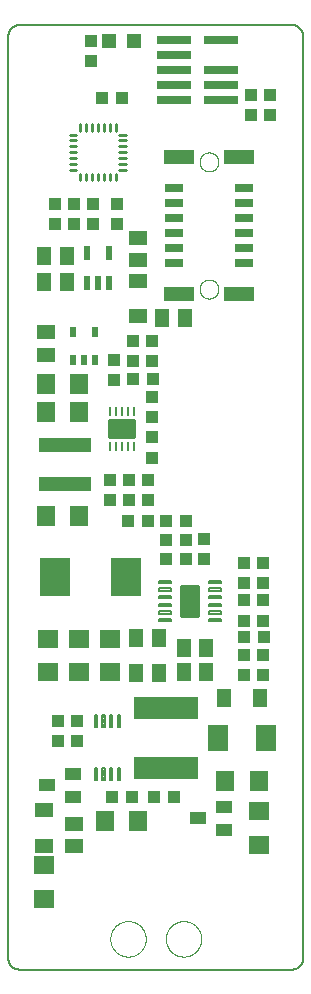
<source format=gtp>
G75*
%MOIN*%
%OFA0B0*%
%FSLAX25Y25*%
%IPPOS*%
%LPD*%
%AMOC8*
5,1,8,0,0,1.08239X$1,22.5*
%
%ADD10C,0.00000*%
%ADD11R,0.05906X0.03150*%
%ADD12R,0.09843X0.04724*%
%ADD13C,0.00984*%
%ADD14R,0.04331X0.03937*%
%ADD15R,0.03937X0.04331*%
%ADD16R,0.11811X0.03150*%
%ADD17R,0.04724X0.04724*%
%ADD18C,0.00500*%
%ADD19C,0.01339*%
%ADD20C,0.00787*%
%ADD21R,0.07098X0.06299*%
%ADD22R,0.06299X0.07087*%
%ADD23R,0.07008X0.08504*%
%ADD24R,0.04724X0.06299*%
%ADD25R,0.21654X0.07283*%
%ADD26R,0.04724X0.05906*%
%ADD27R,0.05118X0.05906*%
%ADD28R,0.07087X0.06299*%
%ADD29R,0.05906X0.05118*%
%ADD30R,0.06299X0.04724*%
%ADD31R,0.06299X0.07098*%
%ADD32R,0.09843X0.12795*%
%ADD33R,0.05512X0.03937*%
%ADD34R,0.02165X0.04724*%
%ADD35C,0.01624*%
%ADD36C,0.00492*%
%ADD37R,0.17717X0.04724*%
%ADD38R,0.02362X0.03543*%
D10*
X0050443Y0019610D02*
X0050445Y0019763D01*
X0050451Y0019917D01*
X0050461Y0020070D01*
X0050475Y0020222D01*
X0050493Y0020375D01*
X0050515Y0020526D01*
X0050540Y0020677D01*
X0050570Y0020828D01*
X0050604Y0020978D01*
X0050641Y0021126D01*
X0050682Y0021274D01*
X0050727Y0021420D01*
X0050776Y0021566D01*
X0050829Y0021710D01*
X0050885Y0021852D01*
X0050945Y0021993D01*
X0051009Y0022133D01*
X0051076Y0022271D01*
X0051147Y0022407D01*
X0051222Y0022541D01*
X0051299Y0022673D01*
X0051381Y0022803D01*
X0051465Y0022931D01*
X0051553Y0023057D01*
X0051644Y0023180D01*
X0051738Y0023301D01*
X0051836Y0023419D01*
X0051936Y0023535D01*
X0052040Y0023648D01*
X0052146Y0023759D01*
X0052255Y0023867D01*
X0052367Y0023972D01*
X0052481Y0024073D01*
X0052599Y0024172D01*
X0052718Y0024268D01*
X0052840Y0024361D01*
X0052965Y0024450D01*
X0053092Y0024537D01*
X0053221Y0024619D01*
X0053352Y0024699D01*
X0053485Y0024775D01*
X0053620Y0024848D01*
X0053757Y0024917D01*
X0053896Y0024982D01*
X0054036Y0025044D01*
X0054178Y0025102D01*
X0054321Y0025157D01*
X0054466Y0025208D01*
X0054612Y0025255D01*
X0054759Y0025298D01*
X0054907Y0025337D01*
X0055056Y0025373D01*
X0055206Y0025404D01*
X0055357Y0025432D01*
X0055508Y0025456D01*
X0055661Y0025476D01*
X0055813Y0025492D01*
X0055966Y0025504D01*
X0056119Y0025512D01*
X0056272Y0025516D01*
X0056426Y0025516D01*
X0056579Y0025512D01*
X0056732Y0025504D01*
X0056885Y0025492D01*
X0057037Y0025476D01*
X0057190Y0025456D01*
X0057341Y0025432D01*
X0057492Y0025404D01*
X0057642Y0025373D01*
X0057791Y0025337D01*
X0057939Y0025298D01*
X0058086Y0025255D01*
X0058232Y0025208D01*
X0058377Y0025157D01*
X0058520Y0025102D01*
X0058662Y0025044D01*
X0058802Y0024982D01*
X0058941Y0024917D01*
X0059078Y0024848D01*
X0059213Y0024775D01*
X0059346Y0024699D01*
X0059477Y0024619D01*
X0059606Y0024537D01*
X0059733Y0024450D01*
X0059858Y0024361D01*
X0059980Y0024268D01*
X0060099Y0024172D01*
X0060217Y0024073D01*
X0060331Y0023972D01*
X0060443Y0023867D01*
X0060552Y0023759D01*
X0060658Y0023648D01*
X0060762Y0023535D01*
X0060862Y0023419D01*
X0060960Y0023301D01*
X0061054Y0023180D01*
X0061145Y0023057D01*
X0061233Y0022931D01*
X0061317Y0022803D01*
X0061399Y0022673D01*
X0061476Y0022541D01*
X0061551Y0022407D01*
X0061622Y0022271D01*
X0061689Y0022133D01*
X0061753Y0021993D01*
X0061813Y0021852D01*
X0061869Y0021710D01*
X0061922Y0021566D01*
X0061971Y0021420D01*
X0062016Y0021274D01*
X0062057Y0021126D01*
X0062094Y0020978D01*
X0062128Y0020828D01*
X0062158Y0020677D01*
X0062183Y0020526D01*
X0062205Y0020375D01*
X0062223Y0020222D01*
X0062237Y0020070D01*
X0062247Y0019917D01*
X0062253Y0019763D01*
X0062255Y0019610D01*
X0062253Y0019457D01*
X0062247Y0019303D01*
X0062237Y0019150D01*
X0062223Y0018998D01*
X0062205Y0018845D01*
X0062183Y0018694D01*
X0062158Y0018543D01*
X0062128Y0018392D01*
X0062094Y0018242D01*
X0062057Y0018094D01*
X0062016Y0017946D01*
X0061971Y0017800D01*
X0061922Y0017654D01*
X0061869Y0017510D01*
X0061813Y0017368D01*
X0061753Y0017227D01*
X0061689Y0017087D01*
X0061622Y0016949D01*
X0061551Y0016813D01*
X0061476Y0016679D01*
X0061399Y0016547D01*
X0061317Y0016417D01*
X0061233Y0016289D01*
X0061145Y0016163D01*
X0061054Y0016040D01*
X0060960Y0015919D01*
X0060862Y0015801D01*
X0060762Y0015685D01*
X0060658Y0015572D01*
X0060552Y0015461D01*
X0060443Y0015353D01*
X0060331Y0015248D01*
X0060217Y0015147D01*
X0060099Y0015048D01*
X0059980Y0014952D01*
X0059858Y0014859D01*
X0059733Y0014770D01*
X0059606Y0014683D01*
X0059477Y0014601D01*
X0059346Y0014521D01*
X0059213Y0014445D01*
X0059078Y0014372D01*
X0058941Y0014303D01*
X0058802Y0014238D01*
X0058662Y0014176D01*
X0058520Y0014118D01*
X0058377Y0014063D01*
X0058232Y0014012D01*
X0058086Y0013965D01*
X0057939Y0013922D01*
X0057791Y0013883D01*
X0057642Y0013847D01*
X0057492Y0013816D01*
X0057341Y0013788D01*
X0057190Y0013764D01*
X0057037Y0013744D01*
X0056885Y0013728D01*
X0056732Y0013716D01*
X0056579Y0013708D01*
X0056426Y0013704D01*
X0056272Y0013704D01*
X0056119Y0013708D01*
X0055966Y0013716D01*
X0055813Y0013728D01*
X0055661Y0013744D01*
X0055508Y0013764D01*
X0055357Y0013788D01*
X0055206Y0013816D01*
X0055056Y0013847D01*
X0054907Y0013883D01*
X0054759Y0013922D01*
X0054612Y0013965D01*
X0054466Y0014012D01*
X0054321Y0014063D01*
X0054178Y0014118D01*
X0054036Y0014176D01*
X0053896Y0014238D01*
X0053757Y0014303D01*
X0053620Y0014372D01*
X0053485Y0014445D01*
X0053352Y0014521D01*
X0053221Y0014601D01*
X0053092Y0014683D01*
X0052965Y0014770D01*
X0052840Y0014859D01*
X0052718Y0014952D01*
X0052599Y0015048D01*
X0052481Y0015147D01*
X0052367Y0015248D01*
X0052255Y0015353D01*
X0052146Y0015461D01*
X0052040Y0015572D01*
X0051936Y0015685D01*
X0051836Y0015801D01*
X0051738Y0015919D01*
X0051644Y0016040D01*
X0051553Y0016163D01*
X0051465Y0016289D01*
X0051381Y0016417D01*
X0051299Y0016547D01*
X0051222Y0016679D01*
X0051147Y0016813D01*
X0051076Y0016949D01*
X0051009Y0017087D01*
X0050945Y0017227D01*
X0050885Y0017368D01*
X0050829Y0017510D01*
X0050776Y0017654D01*
X0050727Y0017800D01*
X0050682Y0017946D01*
X0050641Y0018094D01*
X0050604Y0018242D01*
X0050570Y0018392D01*
X0050540Y0018543D01*
X0050515Y0018694D01*
X0050493Y0018845D01*
X0050475Y0018998D01*
X0050461Y0019150D01*
X0050451Y0019303D01*
X0050445Y0019457D01*
X0050443Y0019610D01*
X0068946Y0019610D02*
X0068948Y0019763D01*
X0068954Y0019917D01*
X0068964Y0020070D01*
X0068978Y0020222D01*
X0068996Y0020375D01*
X0069018Y0020526D01*
X0069043Y0020677D01*
X0069073Y0020828D01*
X0069107Y0020978D01*
X0069144Y0021126D01*
X0069185Y0021274D01*
X0069230Y0021420D01*
X0069279Y0021566D01*
X0069332Y0021710D01*
X0069388Y0021852D01*
X0069448Y0021993D01*
X0069512Y0022133D01*
X0069579Y0022271D01*
X0069650Y0022407D01*
X0069725Y0022541D01*
X0069802Y0022673D01*
X0069884Y0022803D01*
X0069968Y0022931D01*
X0070056Y0023057D01*
X0070147Y0023180D01*
X0070241Y0023301D01*
X0070339Y0023419D01*
X0070439Y0023535D01*
X0070543Y0023648D01*
X0070649Y0023759D01*
X0070758Y0023867D01*
X0070870Y0023972D01*
X0070984Y0024073D01*
X0071102Y0024172D01*
X0071221Y0024268D01*
X0071343Y0024361D01*
X0071468Y0024450D01*
X0071595Y0024537D01*
X0071724Y0024619D01*
X0071855Y0024699D01*
X0071988Y0024775D01*
X0072123Y0024848D01*
X0072260Y0024917D01*
X0072399Y0024982D01*
X0072539Y0025044D01*
X0072681Y0025102D01*
X0072824Y0025157D01*
X0072969Y0025208D01*
X0073115Y0025255D01*
X0073262Y0025298D01*
X0073410Y0025337D01*
X0073559Y0025373D01*
X0073709Y0025404D01*
X0073860Y0025432D01*
X0074011Y0025456D01*
X0074164Y0025476D01*
X0074316Y0025492D01*
X0074469Y0025504D01*
X0074622Y0025512D01*
X0074775Y0025516D01*
X0074929Y0025516D01*
X0075082Y0025512D01*
X0075235Y0025504D01*
X0075388Y0025492D01*
X0075540Y0025476D01*
X0075693Y0025456D01*
X0075844Y0025432D01*
X0075995Y0025404D01*
X0076145Y0025373D01*
X0076294Y0025337D01*
X0076442Y0025298D01*
X0076589Y0025255D01*
X0076735Y0025208D01*
X0076880Y0025157D01*
X0077023Y0025102D01*
X0077165Y0025044D01*
X0077305Y0024982D01*
X0077444Y0024917D01*
X0077581Y0024848D01*
X0077716Y0024775D01*
X0077849Y0024699D01*
X0077980Y0024619D01*
X0078109Y0024537D01*
X0078236Y0024450D01*
X0078361Y0024361D01*
X0078483Y0024268D01*
X0078602Y0024172D01*
X0078720Y0024073D01*
X0078834Y0023972D01*
X0078946Y0023867D01*
X0079055Y0023759D01*
X0079161Y0023648D01*
X0079265Y0023535D01*
X0079365Y0023419D01*
X0079463Y0023301D01*
X0079557Y0023180D01*
X0079648Y0023057D01*
X0079736Y0022931D01*
X0079820Y0022803D01*
X0079902Y0022673D01*
X0079979Y0022541D01*
X0080054Y0022407D01*
X0080125Y0022271D01*
X0080192Y0022133D01*
X0080256Y0021993D01*
X0080316Y0021852D01*
X0080372Y0021710D01*
X0080425Y0021566D01*
X0080474Y0021420D01*
X0080519Y0021274D01*
X0080560Y0021126D01*
X0080597Y0020978D01*
X0080631Y0020828D01*
X0080661Y0020677D01*
X0080686Y0020526D01*
X0080708Y0020375D01*
X0080726Y0020222D01*
X0080740Y0020070D01*
X0080750Y0019917D01*
X0080756Y0019763D01*
X0080758Y0019610D01*
X0080756Y0019457D01*
X0080750Y0019303D01*
X0080740Y0019150D01*
X0080726Y0018998D01*
X0080708Y0018845D01*
X0080686Y0018694D01*
X0080661Y0018543D01*
X0080631Y0018392D01*
X0080597Y0018242D01*
X0080560Y0018094D01*
X0080519Y0017946D01*
X0080474Y0017800D01*
X0080425Y0017654D01*
X0080372Y0017510D01*
X0080316Y0017368D01*
X0080256Y0017227D01*
X0080192Y0017087D01*
X0080125Y0016949D01*
X0080054Y0016813D01*
X0079979Y0016679D01*
X0079902Y0016547D01*
X0079820Y0016417D01*
X0079736Y0016289D01*
X0079648Y0016163D01*
X0079557Y0016040D01*
X0079463Y0015919D01*
X0079365Y0015801D01*
X0079265Y0015685D01*
X0079161Y0015572D01*
X0079055Y0015461D01*
X0078946Y0015353D01*
X0078834Y0015248D01*
X0078720Y0015147D01*
X0078602Y0015048D01*
X0078483Y0014952D01*
X0078361Y0014859D01*
X0078236Y0014770D01*
X0078109Y0014683D01*
X0077980Y0014601D01*
X0077849Y0014521D01*
X0077716Y0014445D01*
X0077581Y0014372D01*
X0077444Y0014303D01*
X0077305Y0014238D01*
X0077165Y0014176D01*
X0077023Y0014118D01*
X0076880Y0014063D01*
X0076735Y0014012D01*
X0076589Y0013965D01*
X0076442Y0013922D01*
X0076294Y0013883D01*
X0076145Y0013847D01*
X0075995Y0013816D01*
X0075844Y0013788D01*
X0075693Y0013764D01*
X0075540Y0013744D01*
X0075388Y0013728D01*
X0075235Y0013716D01*
X0075082Y0013708D01*
X0074929Y0013704D01*
X0074775Y0013704D01*
X0074622Y0013708D01*
X0074469Y0013716D01*
X0074316Y0013728D01*
X0074164Y0013744D01*
X0074011Y0013764D01*
X0073860Y0013788D01*
X0073709Y0013816D01*
X0073559Y0013847D01*
X0073410Y0013883D01*
X0073262Y0013922D01*
X0073115Y0013965D01*
X0072969Y0014012D01*
X0072824Y0014063D01*
X0072681Y0014118D01*
X0072539Y0014176D01*
X0072399Y0014238D01*
X0072260Y0014303D01*
X0072123Y0014372D01*
X0071988Y0014445D01*
X0071855Y0014521D01*
X0071724Y0014601D01*
X0071595Y0014683D01*
X0071468Y0014770D01*
X0071343Y0014859D01*
X0071221Y0014952D01*
X0071102Y0015048D01*
X0070984Y0015147D01*
X0070870Y0015248D01*
X0070758Y0015353D01*
X0070649Y0015461D01*
X0070543Y0015572D01*
X0070439Y0015685D01*
X0070339Y0015801D01*
X0070241Y0015919D01*
X0070147Y0016040D01*
X0070056Y0016163D01*
X0069968Y0016289D01*
X0069884Y0016417D01*
X0069802Y0016547D01*
X0069725Y0016679D01*
X0069650Y0016813D01*
X0069579Y0016949D01*
X0069512Y0017087D01*
X0069448Y0017227D01*
X0069388Y0017368D01*
X0069332Y0017510D01*
X0069279Y0017654D01*
X0069230Y0017800D01*
X0069185Y0017946D01*
X0069144Y0018094D01*
X0069107Y0018242D01*
X0069073Y0018392D01*
X0069043Y0018543D01*
X0069018Y0018694D01*
X0068996Y0018845D01*
X0068978Y0018998D01*
X0068964Y0019150D01*
X0068954Y0019303D01*
X0068948Y0019457D01*
X0068946Y0019610D01*
X0080167Y0236205D02*
X0080169Y0236317D01*
X0080175Y0236428D01*
X0080185Y0236540D01*
X0080199Y0236651D01*
X0080216Y0236761D01*
X0080238Y0236871D01*
X0080264Y0236980D01*
X0080293Y0237088D01*
X0080326Y0237194D01*
X0080363Y0237300D01*
X0080404Y0237404D01*
X0080449Y0237507D01*
X0080497Y0237608D01*
X0080548Y0237707D01*
X0080603Y0237804D01*
X0080662Y0237899D01*
X0080723Y0237993D01*
X0080788Y0238084D01*
X0080857Y0238172D01*
X0080928Y0238258D01*
X0081002Y0238342D01*
X0081080Y0238422D01*
X0081160Y0238500D01*
X0081243Y0238576D01*
X0081328Y0238648D01*
X0081416Y0238717D01*
X0081506Y0238783D01*
X0081599Y0238845D01*
X0081694Y0238905D01*
X0081791Y0238961D01*
X0081889Y0239013D01*
X0081990Y0239062D01*
X0082092Y0239107D01*
X0082196Y0239149D01*
X0082301Y0239187D01*
X0082408Y0239221D01*
X0082515Y0239251D01*
X0082624Y0239278D01*
X0082733Y0239300D01*
X0082844Y0239319D01*
X0082954Y0239334D01*
X0083066Y0239345D01*
X0083177Y0239352D01*
X0083289Y0239355D01*
X0083401Y0239354D01*
X0083513Y0239349D01*
X0083624Y0239340D01*
X0083735Y0239327D01*
X0083846Y0239310D01*
X0083956Y0239290D01*
X0084065Y0239265D01*
X0084173Y0239237D01*
X0084280Y0239204D01*
X0084386Y0239168D01*
X0084490Y0239128D01*
X0084593Y0239085D01*
X0084695Y0239038D01*
X0084794Y0238987D01*
X0084892Y0238933D01*
X0084988Y0238875D01*
X0085082Y0238814D01*
X0085173Y0238750D01*
X0085262Y0238683D01*
X0085349Y0238612D01*
X0085433Y0238538D01*
X0085515Y0238462D01*
X0085593Y0238382D01*
X0085669Y0238300D01*
X0085742Y0238215D01*
X0085812Y0238128D01*
X0085878Y0238038D01*
X0085942Y0237946D01*
X0086002Y0237852D01*
X0086059Y0237756D01*
X0086112Y0237657D01*
X0086162Y0237557D01*
X0086208Y0237456D01*
X0086251Y0237352D01*
X0086290Y0237247D01*
X0086325Y0237141D01*
X0086356Y0237034D01*
X0086384Y0236925D01*
X0086407Y0236816D01*
X0086427Y0236706D01*
X0086443Y0236595D01*
X0086455Y0236484D01*
X0086463Y0236373D01*
X0086467Y0236261D01*
X0086467Y0236149D01*
X0086463Y0236037D01*
X0086455Y0235926D01*
X0086443Y0235815D01*
X0086427Y0235704D01*
X0086407Y0235594D01*
X0086384Y0235485D01*
X0086356Y0235376D01*
X0086325Y0235269D01*
X0086290Y0235163D01*
X0086251Y0235058D01*
X0086208Y0234954D01*
X0086162Y0234853D01*
X0086112Y0234753D01*
X0086059Y0234654D01*
X0086002Y0234558D01*
X0085942Y0234464D01*
X0085878Y0234372D01*
X0085812Y0234282D01*
X0085742Y0234195D01*
X0085669Y0234110D01*
X0085593Y0234028D01*
X0085515Y0233948D01*
X0085433Y0233872D01*
X0085349Y0233798D01*
X0085262Y0233727D01*
X0085173Y0233660D01*
X0085082Y0233596D01*
X0084988Y0233535D01*
X0084892Y0233477D01*
X0084794Y0233423D01*
X0084695Y0233372D01*
X0084593Y0233325D01*
X0084490Y0233282D01*
X0084386Y0233242D01*
X0084280Y0233206D01*
X0084173Y0233173D01*
X0084065Y0233145D01*
X0083956Y0233120D01*
X0083846Y0233100D01*
X0083735Y0233083D01*
X0083624Y0233070D01*
X0083513Y0233061D01*
X0083401Y0233056D01*
X0083289Y0233055D01*
X0083177Y0233058D01*
X0083066Y0233065D01*
X0082954Y0233076D01*
X0082844Y0233091D01*
X0082733Y0233110D01*
X0082624Y0233132D01*
X0082515Y0233159D01*
X0082408Y0233189D01*
X0082301Y0233223D01*
X0082196Y0233261D01*
X0082092Y0233303D01*
X0081990Y0233348D01*
X0081889Y0233397D01*
X0081791Y0233449D01*
X0081694Y0233505D01*
X0081599Y0233565D01*
X0081506Y0233627D01*
X0081416Y0233693D01*
X0081328Y0233762D01*
X0081243Y0233834D01*
X0081160Y0233910D01*
X0081080Y0233988D01*
X0081002Y0234068D01*
X0080928Y0234152D01*
X0080857Y0234238D01*
X0080788Y0234326D01*
X0080723Y0234417D01*
X0080662Y0234511D01*
X0080603Y0234606D01*
X0080548Y0234703D01*
X0080497Y0234802D01*
X0080449Y0234903D01*
X0080404Y0235006D01*
X0080363Y0235110D01*
X0080326Y0235216D01*
X0080293Y0235322D01*
X0080264Y0235430D01*
X0080238Y0235539D01*
X0080216Y0235649D01*
X0080199Y0235759D01*
X0080185Y0235870D01*
X0080175Y0235982D01*
X0080169Y0236093D01*
X0080167Y0236205D01*
X0080169Y0236317D01*
X0080175Y0236428D01*
X0080185Y0236540D01*
X0080199Y0236651D01*
X0080216Y0236761D01*
X0080238Y0236871D01*
X0080264Y0236980D01*
X0080293Y0237088D01*
X0080326Y0237194D01*
X0080363Y0237300D01*
X0080404Y0237404D01*
X0080449Y0237507D01*
X0080497Y0237608D01*
X0080548Y0237707D01*
X0080603Y0237804D01*
X0080662Y0237899D01*
X0080723Y0237993D01*
X0080788Y0238084D01*
X0080857Y0238172D01*
X0080928Y0238258D01*
X0081002Y0238342D01*
X0081080Y0238422D01*
X0081160Y0238500D01*
X0081243Y0238576D01*
X0081328Y0238648D01*
X0081416Y0238717D01*
X0081506Y0238783D01*
X0081599Y0238845D01*
X0081694Y0238905D01*
X0081791Y0238961D01*
X0081889Y0239013D01*
X0081990Y0239062D01*
X0082092Y0239107D01*
X0082196Y0239149D01*
X0082301Y0239187D01*
X0082408Y0239221D01*
X0082515Y0239251D01*
X0082624Y0239278D01*
X0082733Y0239300D01*
X0082844Y0239319D01*
X0082954Y0239334D01*
X0083066Y0239345D01*
X0083177Y0239352D01*
X0083289Y0239355D01*
X0083401Y0239354D01*
X0083513Y0239349D01*
X0083624Y0239340D01*
X0083735Y0239327D01*
X0083846Y0239310D01*
X0083956Y0239290D01*
X0084065Y0239265D01*
X0084173Y0239237D01*
X0084280Y0239204D01*
X0084386Y0239168D01*
X0084490Y0239128D01*
X0084593Y0239085D01*
X0084695Y0239038D01*
X0084794Y0238987D01*
X0084892Y0238933D01*
X0084988Y0238875D01*
X0085082Y0238814D01*
X0085173Y0238750D01*
X0085262Y0238683D01*
X0085349Y0238612D01*
X0085433Y0238538D01*
X0085515Y0238462D01*
X0085593Y0238382D01*
X0085669Y0238300D01*
X0085742Y0238215D01*
X0085812Y0238128D01*
X0085878Y0238038D01*
X0085942Y0237946D01*
X0086002Y0237852D01*
X0086059Y0237756D01*
X0086112Y0237657D01*
X0086162Y0237557D01*
X0086208Y0237456D01*
X0086251Y0237352D01*
X0086290Y0237247D01*
X0086325Y0237141D01*
X0086356Y0237034D01*
X0086384Y0236925D01*
X0086407Y0236816D01*
X0086427Y0236706D01*
X0086443Y0236595D01*
X0086455Y0236484D01*
X0086463Y0236373D01*
X0086467Y0236261D01*
X0086467Y0236149D01*
X0086463Y0236037D01*
X0086455Y0235926D01*
X0086443Y0235815D01*
X0086427Y0235704D01*
X0086407Y0235594D01*
X0086384Y0235485D01*
X0086356Y0235376D01*
X0086325Y0235269D01*
X0086290Y0235163D01*
X0086251Y0235058D01*
X0086208Y0234954D01*
X0086162Y0234853D01*
X0086112Y0234753D01*
X0086059Y0234654D01*
X0086002Y0234558D01*
X0085942Y0234464D01*
X0085878Y0234372D01*
X0085812Y0234282D01*
X0085742Y0234195D01*
X0085669Y0234110D01*
X0085593Y0234028D01*
X0085515Y0233948D01*
X0085433Y0233872D01*
X0085349Y0233798D01*
X0085262Y0233727D01*
X0085173Y0233660D01*
X0085082Y0233596D01*
X0084988Y0233535D01*
X0084892Y0233477D01*
X0084794Y0233423D01*
X0084695Y0233372D01*
X0084593Y0233325D01*
X0084490Y0233282D01*
X0084386Y0233242D01*
X0084280Y0233206D01*
X0084173Y0233173D01*
X0084065Y0233145D01*
X0083956Y0233120D01*
X0083846Y0233100D01*
X0083735Y0233083D01*
X0083624Y0233070D01*
X0083513Y0233061D01*
X0083401Y0233056D01*
X0083289Y0233055D01*
X0083177Y0233058D01*
X0083066Y0233065D01*
X0082954Y0233076D01*
X0082844Y0233091D01*
X0082733Y0233110D01*
X0082624Y0233132D01*
X0082515Y0233159D01*
X0082408Y0233189D01*
X0082301Y0233223D01*
X0082196Y0233261D01*
X0082092Y0233303D01*
X0081990Y0233348D01*
X0081889Y0233397D01*
X0081791Y0233449D01*
X0081694Y0233505D01*
X0081599Y0233565D01*
X0081506Y0233627D01*
X0081416Y0233693D01*
X0081328Y0233762D01*
X0081243Y0233834D01*
X0081160Y0233910D01*
X0081080Y0233988D01*
X0081002Y0234068D01*
X0080928Y0234152D01*
X0080857Y0234238D01*
X0080788Y0234326D01*
X0080723Y0234417D01*
X0080662Y0234511D01*
X0080603Y0234606D01*
X0080548Y0234703D01*
X0080497Y0234802D01*
X0080449Y0234903D01*
X0080404Y0235006D01*
X0080363Y0235110D01*
X0080326Y0235216D01*
X0080293Y0235322D01*
X0080264Y0235430D01*
X0080238Y0235539D01*
X0080216Y0235649D01*
X0080199Y0235759D01*
X0080185Y0235870D01*
X0080175Y0235982D01*
X0080169Y0236093D01*
X0080167Y0236205D01*
X0080167Y0278606D02*
X0080169Y0278718D01*
X0080175Y0278829D01*
X0080185Y0278941D01*
X0080199Y0279052D01*
X0080216Y0279162D01*
X0080238Y0279272D01*
X0080264Y0279381D01*
X0080293Y0279489D01*
X0080326Y0279595D01*
X0080363Y0279701D01*
X0080404Y0279805D01*
X0080449Y0279908D01*
X0080497Y0280009D01*
X0080548Y0280108D01*
X0080603Y0280205D01*
X0080662Y0280300D01*
X0080723Y0280394D01*
X0080788Y0280485D01*
X0080857Y0280573D01*
X0080928Y0280659D01*
X0081002Y0280743D01*
X0081080Y0280823D01*
X0081160Y0280901D01*
X0081243Y0280977D01*
X0081328Y0281049D01*
X0081416Y0281118D01*
X0081506Y0281184D01*
X0081599Y0281246D01*
X0081694Y0281306D01*
X0081791Y0281362D01*
X0081889Y0281414D01*
X0081990Y0281463D01*
X0082092Y0281508D01*
X0082196Y0281550D01*
X0082301Y0281588D01*
X0082408Y0281622D01*
X0082515Y0281652D01*
X0082624Y0281679D01*
X0082733Y0281701D01*
X0082844Y0281720D01*
X0082954Y0281735D01*
X0083066Y0281746D01*
X0083177Y0281753D01*
X0083289Y0281756D01*
X0083401Y0281755D01*
X0083513Y0281750D01*
X0083624Y0281741D01*
X0083735Y0281728D01*
X0083846Y0281711D01*
X0083956Y0281691D01*
X0084065Y0281666D01*
X0084173Y0281638D01*
X0084280Y0281605D01*
X0084386Y0281569D01*
X0084490Y0281529D01*
X0084593Y0281486D01*
X0084695Y0281439D01*
X0084794Y0281388D01*
X0084892Y0281334D01*
X0084988Y0281276D01*
X0085082Y0281215D01*
X0085173Y0281151D01*
X0085262Y0281084D01*
X0085349Y0281013D01*
X0085433Y0280939D01*
X0085515Y0280863D01*
X0085593Y0280783D01*
X0085669Y0280701D01*
X0085742Y0280616D01*
X0085812Y0280529D01*
X0085878Y0280439D01*
X0085942Y0280347D01*
X0086002Y0280253D01*
X0086059Y0280157D01*
X0086112Y0280058D01*
X0086162Y0279958D01*
X0086208Y0279857D01*
X0086251Y0279753D01*
X0086290Y0279648D01*
X0086325Y0279542D01*
X0086356Y0279435D01*
X0086384Y0279326D01*
X0086407Y0279217D01*
X0086427Y0279107D01*
X0086443Y0278996D01*
X0086455Y0278885D01*
X0086463Y0278774D01*
X0086467Y0278662D01*
X0086467Y0278550D01*
X0086463Y0278438D01*
X0086455Y0278327D01*
X0086443Y0278216D01*
X0086427Y0278105D01*
X0086407Y0277995D01*
X0086384Y0277886D01*
X0086356Y0277777D01*
X0086325Y0277670D01*
X0086290Y0277564D01*
X0086251Y0277459D01*
X0086208Y0277355D01*
X0086162Y0277254D01*
X0086112Y0277154D01*
X0086059Y0277055D01*
X0086002Y0276959D01*
X0085942Y0276865D01*
X0085878Y0276773D01*
X0085812Y0276683D01*
X0085742Y0276596D01*
X0085669Y0276511D01*
X0085593Y0276429D01*
X0085515Y0276349D01*
X0085433Y0276273D01*
X0085349Y0276199D01*
X0085262Y0276128D01*
X0085173Y0276061D01*
X0085082Y0275997D01*
X0084988Y0275936D01*
X0084892Y0275878D01*
X0084794Y0275824D01*
X0084695Y0275773D01*
X0084593Y0275726D01*
X0084490Y0275683D01*
X0084386Y0275643D01*
X0084280Y0275607D01*
X0084173Y0275574D01*
X0084065Y0275546D01*
X0083956Y0275521D01*
X0083846Y0275501D01*
X0083735Y0275484D01*
X0083624Y0275471D01*
X0083513Y0275462D01*
X0083401Y0275457D01*
X0083289Y0275456D01*
X0083177Y0275459D01*
X0083066Y0275466D01*
X0082954Y0275477D01*
X0082844Y0275492D01*
X0082733Y0275511D01*
X0082624Y0275533D01*
X0082515Y0275560D01*
X0082408Y0275590D01*
X0082301Y0275624D01*
X0082196Y0275662D01*
X0082092Y0275704D01*
X0081990Y0275749D01*
X0081889Y0275798D01*
X0081791Y0275850D01*
X0081694Y0275906D01*
X0081599Y0275966D01*
X0081506Y0276028D01*
X0081416Y0276094D01*
X0081328Y0276163D01*
X0081243Y0276235D01*
X0081160Y0276311D01*
X0081080Y0276389D01*
X0081002Y0276469D01*
X0080928Y0276553D01*
X0080857Y0276639D01*
X0080788Y0276727D01*
X0080723Y0276818D01*
X0080662Y0276912D01*
X0080603Y0277007D01*
X0080548Y0277104D01*
X0080497Y0277203D01*
X0080449Y0277304D01*
X0080404Y0277407D01*
X0080363Y0277511D01*
X0080326Y0277617D01*
X0080293Y0277723D01*
X0080264Y0277831D01*
X0080238Y0277940D01*
X0080216Y0278050D01*
X0080199Y0278160D01*
X0080185Y0278271D01*
X0080175Y0278383D01*
X0080169Y0278494D01*
X0080167Y0278606D01*
X0080169Y0278718D01*
X0080175Y0278829D01*
X0080185Y0278941D01*
X0080199Y0279052D01*
X0080216Y0279162D01*
X0080238Y0279272D01*
X0080264Y0279381D01*
X0080293Y0279489D01*
X0080326Y0279595D01*
X0080363Y0279701D01*
X0080404Y0279805D01*
X0080449Y0279908D01*
X0080497Y0280009D01*
X0080548Y0280108D01*
X0080603Y0280205D01*
X0080662Y0280300D01*
X0080723Y0280394D01*
X0080788Y0280485D01*
X0080857Y0280573D01*
X0080928Y0280659D01*
X0081002Y0280743D01*
X0081080Y0280823D01*
X0081160Y0280901D01*
X0081243Y0280977D01*
X0081328Y0281049D01*
X0081416Y0281118D01*
X0081506Y0281184D01*
X0081599Y0281246D01*
X0081694Y0281306D01*
X0081791Y0281362D01*
X0081889Y0281414D01*
X0081990Y0281463D01*
X0082092Y0281508D01*
X0082196Y0281550D01*
X0082301Y0281588D01*
X0082408Y0281622D01*
X0082515Y0281652D01*
X0082624Y0281679D01*
X0082733Y0281701D01*
X0082844Y0281720D01*
X0082954Y0281735D01*
X0083066Y0281746D01*
X0083177Y0281753D01*
X0083289Y0281756D01*
X0083401Y0281755D01*
X0083513Y0281750D01*
X0083624Y0281741D01*
X0083735Y0281728D01*
X0083846Y0281711D01*
X0083956Y0281691D01*
X0084065Y0281666D01*
X0084173Y0281638D01*
X0084280Y0281605D01*
X0084386Y0281569D01*
X0084490Y0281529D01*
X0084593Y0281486D01*
X0084695Y0281439D01*
X0084794Y0281388D01*
X0084892Y0281334D01*
X0084988Y0281276D01*
X0085082Y0281215D01*
X0085173Y0281151D01*
X0085262Y0281084D01*
X0085349Y0281013D01*
X0085433Y0280939D01*
X0085515Y0280863D01*
X0085593Y0280783D01*
X0085669Y0280701D01*
X0085742Y0280616D01*
X0085812Y0280529D01*
X0085878Y0280439D01*
X0085942Y0280347D01*
X0086002Y0280253D01*
X0086059Y0280157D01*
X0086112Y0280058D01*
X0086162Y0279958D01*
X0086208Y0279857D01*
X0086251Y0279753D01*
X0086290Y0279648D01*
X0086325Y0279542D01*
X0086356Y0279435D01*
X0086384Y0279326D01*
X0086407Y0279217D01*
X0086427Y0279107D01*
X0086443Y0278996D01*
X0086455Y0278885D01*
X0086463Y0278774D01*
X0086467Y0278662D01*
X0086467Y0278550D01*
X0086463Y0278438D01*
X0086455Y0278327D01*
X0086443Y0278216D01*
X0086427Y0278105D01*
X0086407Y0277995D01*
X0086384Y0277886D01*
X0086356Y0277777D01*
X0086325Y0277670D01*
X0086290Y0277564D01*
X0086251Y0277459D01*
X0086208Y0277355D01*
X0086162Y0277254D01*
X0086112Y0277154D01*
X0086059Y0277055D01*
X0086002Y0276959D01*
X0085942Y0276865D01*
X0085878Y0276773D01*
X0085812Y0276683D01*
X0085742Y0276596D01*
X0085669Y0276511D01*
X0085593Y0276429D01*
X0085515Y0276349D01*
X0085433Y0276273D01*
X0085349Y0276199D01*
X0085262Y0276128D01*
X0085173Y0276061D01*
X0085082Y0275997D01*
X0084988Y0275936D01*
X0084892Y0275878D01*
X0084794Y0275824D01*
X0084695Y0275773D01*
X0084593Y0275726D01*
X0084490Y0275683D01*
X0084386Y0275643D01*
X0084280Y0275607D01*
X0084173Y0275574D01*
X0084065Y0275546D01*
X0083956Y0275521D01*
X0083846Y0275501D01*
X0083735Y0275484D01*
X0083624Y0275471D01*
X0083513Y0275462D01*
X0083401Y0275457D01*
X0083289Y0275456D01*
X0083177Y0275459D01*
X0083066Y0275466D01*
X0082954Y0275477D01*
X0082844Y0275492D01*
X0082733Y0275511D01*
X0082624Y0275533D01*
X0082515Y0275560D01*
X0082408Y0275590D01*
X0082301Y0275624D01*
X0082196Y0275662D01*
X0082092Y0275704D01*
X0081990Y0275749D01*
X0081889Y0275798D01*
X0081791Y0275850D01*
X0081694Y0275906D01*
X0081599Y0275966D01*
X0081506Y0276028D01*
X0081416Y0276094D01*
X0081328Y0276163D01*
X0081243Y0276235D01*
X0081160Y0276311D01*
X0081080Y0276389D01*
X0081002Y0276469D01*
X0080928Y0276553D01*
X0080857Y0276639D01*
X0080788Y0276727D01*
X0080723Y0276818D01*
X0080662Y0276912D01*
X0080603Y0277007D01*
X0080548Y0277104D01*
X0080497Y0277203D01*
X0080449Y0277304D01*
X0080404Y0277407D01*
X0080363Y0277511D01*
X0080326Y0277617D01*
X0080293Y0277723D01*
X0080264Y0277831D01*
X0080238Y0277940D01*
X0080216Y0278050D01*
X0080199Y0278160D01*
X0080185Y0278271D01*
X0080175Y0278383D01*
X0080169Y0278494D01*
X0080167Y0278606D01*
D11*
X0071703Y0269866D03*
X0071703Y0264866D03*
X0071703Y0259866D03*
X0071703Y0254866D03*
X0071703Y0249866D03*
X0071703Y0244866D03*
X0094931Y0244866D03*
X0094931Y0249866D03*
X0094931Y0254866D03*
X0094931Y0259866D03*
X0094931Y0264866D03*
X0094931Y0269866D03*
D12*
X0093356Y0280240D03*
X0093356Y0234571D03*
X0073278Y0234571D03*
X0073278Y0280240D03*
D13*
X0055660Y0279846D02*
X0053494Y0279846D01*
X0053494Y0277878D02*
X0055660Y0277878D01*
X0055660Y0275909D02*
X0053494Y0275909D01*
X0052215Y0274630D02*
X0052215Y0272464D01*
X0050246Y0272464D02*
X0050246Y0274630D01*
X0048278Y0274630D02*
X0048278Y0272464D01*
X0046309Y0272464D02*
X0046309Y0274630D01*
X0044341Y0274630D02*
X0044341Y0272464D01*
X0042372Y0272464D02*
X0042372Y0274630D01*
X0040404Y0274630D02*
X0040404Y0272464D01*
X0039124Y0275909D02*
X0036958Y0275909D01*
X0036958Y0277878D02*
X0039124Y0277878D01*
X0039124Y0279846D02*
X0036958Y0279846D01*
X0036958Y0281815D02*
X0039124Y0281815D01*
X0039124Y0283783D02*
X0036958Y0283783D01*
X0036958Y0285752D02*
X0039124Y0285752D01*
X0039124Y0287720D02*
X0036958Y0287720D01*
X0040404Y0289000D02*
X0040404Y0291166D01*
X0042372Y0291166D02*
X0042372Y0289000D01*
X0044341Y0289000D02*
X0044341Y0291166D01*
X0046309Y0291166D02*
X0046309Y0289000D01*
X0048278Y0289000D02*
X0048278Y0291166D01*
X0050246Y0291166D02*
X0050246Y0289000D01*
X0052215Y0289000D02*
X0052215Y0291166D01*
X0053494Y0287720D02*
X0055660Y0287720D01*
X0055660Y0285752D02*
X0053494Y0285752D01*
X0053494Y0283783D02*
X0055660Y0283783D01*
X0055660Y0281815D02*
X0053494Y0281815D01*
D14*
X0054380Y0299925D03*
X0047687Y0299925D03*
X0043947Y0312327D03*
X0043947Y0319020D03*
X0044734Y0264689D03*
X0044734Y0257996D03*
X0032136Y0257996D03*
X0032136Y0264689D03*
X0051821Y0212720D03*
X0051821Y0206028D03*
X0057923Y0206224D03*
X0064616Y0206224D03*
X0064419Y0212327D03*
X0064419Y0219020D03*
X0064419Y0200122D03*
X0064419Y0193429D03*
X0064419Y0186736D03*
X0064419Y0180043D03*
X0050246Y0172563D03*
X0050246Y0165870D03*
X0039223Y0092248D03*
X0039223Y0085555D03*
X0065010Y0066854D03*
X0071703Y0066854D03*
X0095128Y0107602D03*
X0095128Y0114295D03*
X0095128Y0125713D03*
X0095128Y0132406D03*
X0095128Y0138311D03*
X0095128Y0145004D03*
X0101427Y0132406D03*
X0101427Y0125713D03*
X0101427Y0114295D03*
X0101427Y0107602D03*
X0097490Y0294217D03*
X0097490Y0300909D03*
D15*
X0103789Y0300909D03*
X0103789Y0294217D03*
X0062845Y0172563D03*
X0062845Y0165870D03*
X0063041Y0158980D03*
X0068947Y0158980D03*
X0068947Y0152681D03*
X0068947Y0146382D03*
X0075640Y0146382D03*
X0075640Y0152681D03*
X0075640Y0158980D03*
X0081742Y0152878D03*
X0081742Y0146185D03*
X0094931Y0120398D03*
X0101624Y0120398D03*
X0101427Y0138311D03*
X0101427Y0145004D03*
X0058120Y0212327D03*
X0058120Y0219020D03*
X0052608Y0257996D03*
X0052608Y0264689D03*
X0038435Y0264689D03*
X0038435Y0257996D03*
X0056545Y0172563D03*
X0056545Y0165870D03*
X0056349Y0158980D03*
X0032923Y0092248D03*
X0032923Y0085555D03*
X0050837Y0066854D03*
X0057530Y0066854D03*
D16*
X0071506Y0299374D03*
X0071506Y0304374D03*
X0071506Y0309374D03*
X0071506Y0314374D03*
X0071506Y0319374D03*
X0087254Y0319374D03*
X0087254Y0309374D03*
X0087254Y0304374D03*
X0087254Y0299374D03*
D17*
X0058317Y0318823D03*
X0050049Y0318823D03*
D18*
X0016388Y0320398D02*
X0016388Y0013311D01*
X0016390Y0013187D01*
X0016396Y0013064D01*
X0016405Y0012940D01*
X0016419Y0012818D01*
X0016436Y0012695D01*
X0016458Y0012573D01*
X0016483Y0012452D01*
X0016512Y0012332D01*
X0016544Y0012213D01*
X0016581Y0012094D01*
X0016621Y0011977D01*
X0016664Y0011862D01*
X0016712Y0011747D01*
X0016763Y0011635D01*
X0016817Y0011524D01*
X0016875Y0011414D01*
X0016936Y0011307D01*
X0017001Y0011201D01*
X0017069Y0011098D01*
X0017140Y0010997D01*
X0017214Y0010898D01*
X0017291Y0010801D01*
X0017372Y0010707D01*
X0017455Y0010616D01*
X0017541Y0010527D01*
X0017630Y0010441D01*
X0017721Y0010358D01*
X0017815Y0010277D01*
X0017912Y0010200D01*
X0018011Y0010126D01*
X0018112Y0010055D01*
X0018215Y0009987D01*
X0018321Y0009922D01*
X0018428Y0009861D01*
X0018538Y0009803D01*
X0018649Y0009749D01*
X0018761Y0009698D01*
X0018876Y0009650D01*
X0018991Y0009607D01*
X0019108Y0009567D01*
X0019227Y0009530D01*
X0019346Y0009498D01*
X0019466Y0009469D01*
X0019587Y0009444D01*
X0019709Y0009422D01*
X0019832Y0009405D01*
X0019954Y0009391D01*
X0020078Y0009382D01*
X0020201Y0009376D01*
X0020325Y0009374D01*
X0110876Y0009374D01*
X0111000Y0009376D01*
X0111123Y0009382D01*
X0111247Y0009391D01*
X0111369Y0009405D01*
X0111492Y0009422D01*
X0111614Y0009444D01*
X0111735Y0009469D01*
X0111855Y0009498D01*
X0111974Y0009530D01*
X0112093Y0009567D01*
X0112210Y0009607D01*
X0112325Y0009650D01*
X0112440Y0009698D01*
X0112552Y0009749D01*
X0112663Y0009803D01*
X0112773Y0009861D01*
X0112880Y0009922D01*
X0112986Y0009987D01*
X0113089Y0010055D01*
X0113190Y0010126D01*
X0113289Y0010200D01*
X0113386Y0010277D01*
X0113480Y0010358D01*
X0113571Y0010441D01*
X0113660Y0010527D01*
X0113746Y0010616D01*
X0113829Y0010707D01*
X0113910Y0010801D01*
X0113987Y0010898D01*
X0114061Y0010997D01*
X0114132Y0011098D01*
X0114200Y0011201D01*
X0114265Y0011307D01*
X0114326Y0011414D01*
X0114384Y0011524D01*
X0114438Y0011635D01*
X0114489Y0011747D01*
X0114537Y0011862D01*
X0114580Y0011977D01*
X0114620Y0012094D01*
X0114657Y0012213D01*
X0114689Y0012332D01*
X0114718Y0012452D01*
X0114743Y0012573D01*
X0114765Y0012695D01*
X0114782Y0012818D01*
X0114796Y0012940D01*
X0114805Y0013064D01*
X0114811Y0013187D01*
X0114813Y0013311D01*
X0114813Y0320398D01*
X0114811Y0320522D01*
X0114805Y0320645D01*
X0114796Y0320769D01*
X0114782Y0320891D01*
X0114765Y0321014D01*
X0114743Y0321136D01*
X0114718Y0321257D01*
X0114689Y0321377D01*
X0114657Y0321496D01*
X0114620Y0321615D01*
X0114580Y0321732D01*
X0114537Y0321847D01*
X0114489Y0321962D01*
X0114438Y0322074D01*
X0114384Y0322185D01*
X0114326Y0322295D01*
X0114265Y0322402D01*
X0114200Y0322508D01*
X0114132Y0322611D01*
X0114061Y0322712D01*
X0113987Y0322811D01*
X0113910Y0322908D01*
X0113829Y0323002D01*
X0113746Y0323093D01*
X0113660Y0323182D01*
X0113571Y0323268D01*
X0113480Y0323351D01*
X0113386Y0323432D01*
X0113289Y0323509D01*
X0113190Y0323583D01*
X0113089Y0323654D01*
X0112986Y0323722D01*
X0112880Y0323787D01*
X0112773Y0323848D01*
X0112663Y0323906D01*
X0112552Y0323960D01*
X0112440Y0324011D01*
X0112325Y0324059D01*
X0112210Y0324102D01*
X0112093Y0324142D01*
X0111974Y0324179D01*
X0111855Y0324211D01*
X0111735Y0324240D01*
X0111614Y0324265D01*
X0111492Y0324287D01*
X0111369Y0324304D01*
X0111247Y0324318D01*
X0111123Y0324327D01*
X0111000Y0324333D01*
X0110876Y0324335D01*
X0020325Y0324335D01*
X0020201Y0324333D01*
X0020078Y0324327D01*
X0019954Y0324318D01*
X0019832Y0324304D01*
X0019709Y0324287D01*
X0019587Y0324265D01*
X0019466Y0324240D01*
X0019346Y0324211D01*
X0019227Y0324179D01*
X0019108Y0324142D01*
X0018991Y0324102D01*
X0018876Y0324059D01*
X0018761Y0324011D01*
X0018649Y0323960D01*
X0018538Y0323906D01*
X0018428Y0323848D01*
X0018321Y0323787D01*
X0018215Y0323722D01*
X0018112Y0323654D01*
X0018011Y0323583D01*
X0017912Y0323509D01*
X0017815Y0323432D01*
X0017721Y0323351D01*
X0017630Y0323268D01*
X0017541Y0323182D01*
X0017455Y0323093D01*
X0017372Y0323002D01*
X0017291Y0322908D01*
X0017214Y0322811D01*
X0017140Y0322712D01*
X0017069Y0322611D01*
X0017001Y0322508D01*
X0016936Y0322402D01*
X0016875Y0322295D01*
X0016817Y0322185D01*
X0016763Y0322074D01*
X0016712Y0321962D01*
X0016664Y0321847D01*
X0016621Y0321732D01*
X0016581Y0321615D01*
X0016544Y0321496D01*
X0016512Y0321377D01*
X0016483Y0321257D01*
X0016458Y0321136D01*
X0016436Y0321014D01*
X0016419Y0320891D01*
X0016405Y0320769D01*
X0016396Y0320645D01*
X0016390Y0320522D01*
X0016388Y0320398D01*
D19*
X0074341Y0137052D02*
X0074341Y0127366D01*
X0074341Y0137052D02*
X0079695Y0137052D01*
X0079695Y0127366D01*
X0074341Y0127366D01*
X0074341Y0128704D02*
X0079695Y0128704D01*
X0079695Y0130042D02*
X0074341Y0130042D01*
X0074341Y0131380D02*
X0079695Y0131380D01*
X0079695Y0132718D02*
X0074341Y0132718D01*
X0074341Y0134056D02*
X0079695Y0134056D01*
X0079695Y0135394D02*
X0074341Y0135394D01*
X0074341Y0136732D02*
X0079695Y0136732D01*
D20*
X0083317Y0136441D02*
X0083317Y0135653D01*
X0083317Y0136441D02*
X0087255Y0136441D01*
X0087255Y0135653D01*
X0083317Y0135653D01*
X0083317Y0136439D02*
X0087255Y0136439D01*
X0083317Y0138212D02*
X0083317Y0139000D01*
X0087255Y0139000D01*
X0087255Y0138212D01*
X0083317Y0138212D01*
X0083317Y0138998D02*
X0087255Y0138998D01*
X0083317Y0133882D02*
X0083317Y0133094D01*
X0083317Y0133882D02*
X0087255Y0133882D01*
X0087255Y0133094D01*
X0083317Y0133094D01*
X0083317Y0133880D02*
X0087255Y0133880D01*
X0083317Y0131323D02*
X0083317Y0130535D01*
X0083317Y0131323D02*
X0087255Y0131323D01*
X0087255Y0130535D01*
X0083317Y0130535D01*
X0083317Y0131321D02*
X0087255Y0131321D01*
X0083317Y0128764D02*
X0083317Y0127976D01*
X0083317Y0128764D02*
X0087255Y0128764D01*
X0087255Y0127976D01*
X0083317Y0127976D01*
X0083317Y0128762D02*
X0087255Y0128762D01*
X0083317Y0126205D02*
X0083317Y0125417D01*
X0083317Y0126205D02*
X0087255Y0126205D01*
X0087255Y0125417D01*
X0083317Y0125417D01*
X0083317Y0126203D02*
X0087255Y0126203D01*
X0066781Y0126205D02*
X0066781Y0125417D01*
X0066781Y0126205D02*
X0070719Y0126205D01*
X0070719Y0125417D01*
X0066781Y0125417D01*
X0066781Y0126203D02*
X0070719Y0126203D01*
X0066781Y0127976D02*
X0066781Y0128764D01*
X0070719Y0128764D01*
X0070719Y0127976D01*
X0066781Y0127976D01*
X0066781Y0128762D02*
X0070719Y0128762D01*
X0066781Y0130535D02*
X0066781Y0131323D01*
X0070719Y0131323D01*
X0070719Y0130535D01*
X0066781Y0130535D01*
X0066781Y0131321D02*
X0070719Y0131321D01*
X0066781Y0133094D02*
X0066781Y0133882D01*
X0070719Y0133882D01*
X0070719Y0133094D01*
X0066781Y0133094D01*
X0066781Y0133880D02*
X0070719Y0133880D01*
X0066781Y0135653D02*
X0066781Y0136441D01*
X0070719Y0136441D01*
X0070719Y0135653D01*
X0066781Y0135653D01*
X0066781Y0136439D02*
X0070719Y0136439D01*
X0066781Y0138212D02*
X0066781Y0139000D01*
X0070719Y0139000D01*
X0070719Y0138212D01*
X0066781Y0138212D01*
X0066781Y0138998D02*
X0070719Y0138998D01*
X0053691Y0094217D02*
X0052903Y0094217D01*
X0053691Y0094217D02*
X0053691Y0090279D01*
X0052903Y0090279D01*
X0052903Y0094217D01*
X0052903Y0091065D02*
X0053691Y0091065D01*
X0053691Y0091851D02*
X0052903Y0091851D01*
X0052903Y0092637D02*
X0053691Y0092637D01*
X0053691Y0093423D02*
X0052903Y0093423D01*
X0052903Y0094209D02*
X0053691Y0094209D01*
X0051132Y0094217D02*
X0050344Y0094217D01*
X0051132Y0094217D02*
X0051132Y0090279D01*
X0050344Y0090279D01*
X0050344Y0094217D01*
X0050344Y0091065D02*
X0051132Y0091065D01*
X0051132Y0091851D02*
X0050344Y0091851D01*
X0050344Y0092637D02*
X0051132Y0092637D01*
X0051132Y0093423D02*
X0050344Y0093423D01*
X0050344Y0094209D02*
X0051132Y0094209D01*
X0048573Y0094217D02*
X0047785Y0094217D01*
X0048573Y0094217D02*
X0048573Y0090279D01*
X0047785Y0090279D01*
X0047785Y0094217D01*
X0047785Y0091065D02*
X0048573Y0091065D01*
X0048573Y0091851D02*
X0047785Y0091851D01*
X0047785Y0092637D02*
X0048573Y0092637D01*
X0048573Y0093423D02*
X0047785Y0093423D01*
X0047785Y0094209D02*
X0048573Y0094209D01*
X0046014Y0094217D02*
X0045226Y0094217D01*
X0046014Y0094217D02*
X0046014Y0090279D01*
X0045226Y0090279D01*
X0045226Y0094217D01*
X0045226Y0091065D02*
X0046014Y0091065D01*
X0046014Y0091851D02*
X0045226Y0091851D01*
X0045226Y0092637D02*
X0046014Y0092637D01*
X0046014Y0093423D02*
X0045226Y0093423D01*
X0045226Y0094209D02*
X0046014Y0094209D01*
X0046014Y0076500D02*
X0045226Y0076500D01*
X0046014Y0076500D02*
X0046014Y0072562D01*
X0045226Y0072562D01*
X0045226Y0076500D01*
X0045226Y0073348D02*
X0046014Y0073348D01*
X0046014Y0074134D02*
X0045226Y0074134D01*
X0045226Y0074920D02*
X0046014Y0074920D01*
X0046014Y0075706D02*
X0045226Y0075706D01*
X0045226Y0076492D02*
X0046014Y0076492D01*
X0047785Y0076500D02*
X0048573Y0076500D01*
X0048573Y0072562D01*
X0047785Y0072562D01*
X0047785Y0076500D01*
X0047785Y0073348D02*
X0048573Y0073348D01*
X0048573Y0074134D02*
X0047785Y0074134D01*
X0047785Y0074920D02*
X0048573Y0074920D01*
X0048573Y0075706D02*
X0047785Y0075706D01*
X0047785Y0076492D02*
X0048573Y0076492D01*
X0050344Y0076500D02*
X0051132Y0076500D01*
X0051132Y0072562D01*
X0050344Y0072562D01*
X0050344Y0076500D01*
X0050344Y0073348D02*
X0051132Y0073348D01*
X0051132Y0074134D02*
X0050344Y0074134D01*
X0050344Y0074920D02*
X0051132Y0074920D01*
X0051132Y0075706D02*
X0050344Y0075706D01*
X0050344Y0076492D02*
X0051132Y0076492D01*
X0052903Y0076500D02*
X0053691Y0076500D01*
X0053691Y0072562D01*
X0052903Y0072562D01*
X0052903Y0076500D01*
X0052903Y0073348D02*
X0053691Y0073348D01*
X0053691Y0074134D02*
X0052903Y0074134D01*
X0052903Y0074920D02*
X0053691Y0074920D01*
X0053691Y0075706D02*
X0052903Y0075706D01*
X0052903Y0076492D02*
X0053691Y0076492D01*
D21*
X0029774Y0108500D03*
X0029774Y0119697D03*
X0028199Y0044106D03*
X0028199Y0032909D03*
X0099852Y0051020D03*
X0099852Y0062217D03*
D22*
X0099852Y0072366D03*
X0088829Y0072366D03*
X0040010Y0160555D03*
X0028986Y0160555D03*
X0028986Y0195201D03*
X0028986Y0204650D03*
X0040010Y0204650D03*
X0040010Y0195201D03*
D23*
X0086309Y0086539D03*
X0102333Y0086539D03*
D24*
X0100246Y0099925D03*
X0088435Y0099925D03*
D25*
X0069144Y0096579D03*
X0069144Y0076500D03*
D26*
X0066782Y0108390D03*
X0066782Y0119807D03*
X0058908Y0119807D03*
X0058908Y0108390D03*
D27*
X0074852Y0108587D03*
X0074852Y0116461D03*
X0082333Y0116461D03*
X0082333Y0108587D03*
X0075246Y0226697D03*
X0067766Y0226697D03*
X0035876Y0238508D03*
X0035876Y0247169D03*
X0028396Y0247169D03*
X0028396Y0238508D03*
D28*
X0040010Y0119610D03*
X0040010Y0108587D03*
X0050246Y0108587D03*
X0050246Y0119610D03*
D29*
X0038435Y0057996D03*
X0038435Y0050516D03*
X0028986Y0214295D03*
X0028986Y0221776D03*
X0059695Y0245791D03*
X0059695Y0253272D03*
D30*
X0059695Y0238902D03*
X0059695Y0227091D03*
X0028199Y0062524D03*
X0028199Y0050713D03*
D31*
X0048585Y0058980D03*
X0059782Y0058980D03*
D32*
X0055758Y0140083D03*
X0032136Y0140083D03*
D33*
X0038041Y0074531D03*
X0038041Y0067051D03*
X0029380Y0070791D03*
X0079774Y0059768D03*
X0088435Y0063508D03*
X0088435Y0056028D03*
D34*
X0050049Y0238114D03*
X0046309Y0238114D03*
X0042569Y0238114D03*
X0042569Y0248350D03*
X0050049Y0248350D03*
D35*
X0050310Y0187253D02*
X0058056Y0187253D01*
X0050310Y0187253D02*
X0050310Y0192125D01*
X0058056Y0192125D01*
X0058056Y0187253D01*
X0058056Y0188876D02*
X0050310Y0188876D01*
X0050310Y0190499D02*
X0058056Y0190499D01*
X0058056Y0192122D02*
X0050310Y0192122D01*
D36*
X0050492Y0194265D02*
X0050000Y0194265D01*
X0050000Y0196923D01*
X0050492Y0196923D01*
X0050492Y0194265D01*
X0050492Y0194756D02*
X0050000Y0194756D01*
X0050000Y0195247D02*
X0050492Y0195247D01*
X0050492Y0195738D02*
X0050000Y0195738D01*
X0050000Y0196229D02*
X0050492Y0196229D01*
X0050492Y0196720D02*
X0050000Y0196720D01*
X0051969Y0194265D02*
X0052461Y0194265D01*
X0051969Y0194265D02*
X0051969Y0196923D01*
X0052461Y0196923D01*
X0052461Y0194265D01*
X0052461Y0194756D02*
X0051969Y0194756D01*
X0051969Y0195247D02*
X0052461Y0195247D01*
X0052461Y0195738D02*
X0051969Y0195738D01*
X0051969Y0196229D02*
X0052461Y0196229D01*
X0052461Y0196720D02*
X0051969Y0196720D01*
X0053937Y0194265D02*
X0054429Y0194265D01*
X0053937Y0194265D02*
X0053937Y0196923D01*
X0054429Y0196923D01*
X0054429Y0194265D01*
X0054429Y0194756D02*
X0053937Y0194756D01*
X0053937Y0195247D02*
X0054429Y0195247D01*
X0054429Y0195738D02*
X0053937Y0195738D01*
X0053937Y0196229D02*
X0054429Y0196229D01*
X0054429Y0196720D02*
X0053937Y0196720D01*
X0055906Y0194265D02*
X0056398Y0194265D01*
X0055906Y0194265D02*
X0055906Y0196923D01*
X0056398Y0196923D01*
X0056398Y0194265D01*
X0056398Y0194756D02*
X0055906Y0194756D01*
X0055906Y0195247D02*
X0056398Y0195247D01*
X0056398Y0195738D02*
X0055906Y0195738D01*
X0055906Y0196229D02*
X0056398Y0196229D01*
X0056398Y0196720D02*
X0055906Y0196720D01*
X0057874Y0194265D02*
X0058366Y0194265D01*
X0057874Y0194265D02*
X0057874Y0196923D01*
X0058366Y0196923D01*
X0058366Y0194265D01*
X0058366Y0194756D02*
X0057874Y0194756D01*
X0057874Y0195247D02*
X0058366Y0195247D01*
X0058366Y0195738D02*
X0057874Y0195738D01*
X0057874Y0196229D02*
X0058366Y0196229D01*
X0058366Y0196720D02*
X0057874Y0196720D01*
X0057874Y0182454D02*
X0058366Y0182454D01*
X0057874Y0182454D02*
X0057874Y0185112D01*
X0058366Y0185112D01*
X0058366Y0182454D01*
X0058366Y0182945D02*
X0057874Y0182945D01*
X0057874Y0183436D02*
X0058366Y0183436D01*
X0058366Y0183927D02*
X0057874Y0183927D01*
X0057874Y0184418D02*
X0058366Y0184418D01*
X0058366Y0184909D02*
X0057874Y0184909D01*
X0056398Y0182454D02*
X0055906Y0182454D01*
X0055906Y0185112D01*
X0056398Y0185112D01*
X0056398Y0182454D01*
X0056398Y0182945D02*
X0055906Y0182945D01*
X0055906Y0183436D02*
X0056398Y0183436D01*
X0056398Y0183927D02*
X0055906Y0183927D01*
X0055906Y0184418D02*
X0056398Y0184418D01*
X0056398Y0184909D02*
X0055906Y0184909D01*
X0054429Y0182454D02*
X0053937Y0182454D01*
X0053937Y0185112D01*
X0054429Y0185112D01*
X0054429Y0182454D01*
X0054429Y0182945D02*
X0053937Y0182945D01*
X0053937Y0183436D02*
X0054429Y0183436D01*
X0054429Y0183927D02*
X0053937Y0183927D01*
X0053937Y0184418D02*
X0054429Y0184418D01*
X0054429Y0184909D02*
X0053937Y0184909D01*
X0052461Y0182454D02*
X0051969Y0182454D01*
X0051969Y0185112D01*
X0052461Y0185112D01*
X0052461Y0182454D01*
X0052461Y0182945D02*
X0051969Y0182945D01*
X0051969Y0183436D02*
X0052461Y0183436D01*
X0052461Y0183927D02*
X0051969Y0183927D01*
X0051969Y0184418D02*
X0052461Y0184418D01*
X0052461Y0184909D02*
X0051969Y0184909D01*
X0050492Y0182454D02*
X0050000Y0182454D01*
X0050000Y0185112D01*
X0050492Y0185112D01*
X0050492Y0182454D01*
X0050492Y0182945D02*
X0050000Y0182945D01*
X0050000Y0183436D02*
X0050492Y0183436D01*
X0050492Y0183927D02*
X0050000Y0183927D01*
X0050000Y0184418D02*
X0050492Y0184418D01*
X0050492Y0184909D02*
X0050000Y0184909D01*
D37*
X0035286Y0184374D03*
X0035286Y0171382D03*
D38*
X0037845Y0212720D03*
X0037845Y0221776D03*
X0041585Y0212720D03*
X0045325Y0212720D03*
X0045325Y0221776D03*
M02*

</source>
